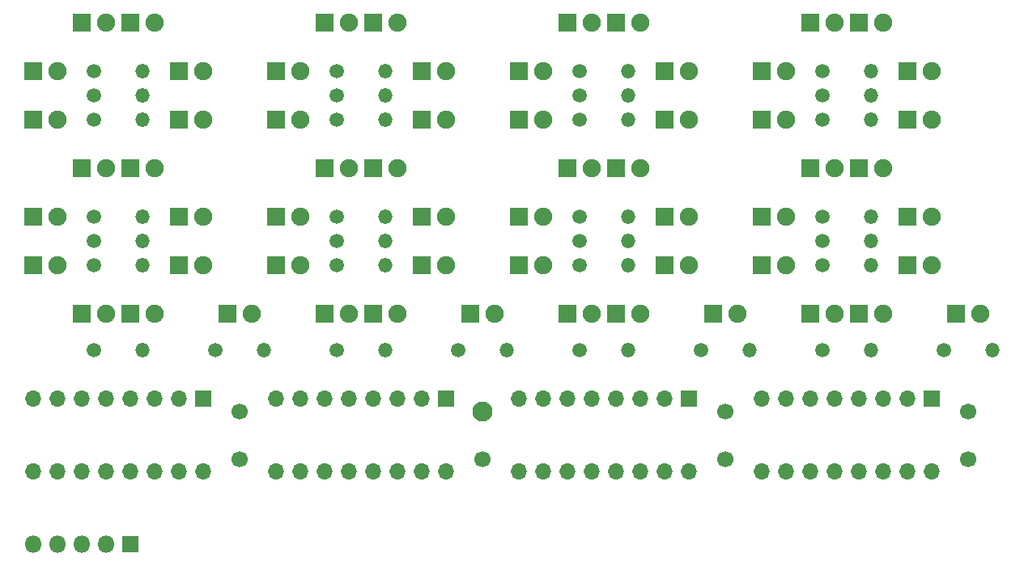
<source format=gbr>
%TF.GenerationSoftware,KiCad,Pcbnew,5.1.6+dfsg1-1*%
%TF.CreationDate,2020-12-16T15:12:24-07:00*%
%TF.ProjectId,7segment,37736567-6d65-46e7-942e-6b696361645f,rev?*%
%TF.SameCoordinates,Original*%
%TF.FileFunction,Soldermask,Bot*%
%TF.FilePolarity,Negative*%
%FSLAX46Y46*%
G04 Gerber Fmt 4.6, Leading zero omitted, Abs format (unit mm)*
G04 Created by KiCad (PCBNEW 5.1.6+dfsg1-1) date 2020-12-16 15:12:24*
%MOMM*%
%LPD*%
G01*
G04 APERTURE LIST*
%ADD10O,1.700000X1.700000*%
%ADD11R,1.700000X1.700000*%
%ADD12O,1.800000X1.800000*%
%ADD13R,1.800000X1.800000*%
%ADD14C,1.700000*%
%ADD15C,2.100000*%
%ADD16O,1.500000X1.500000*%
%ADD17C,1.500000*%
%ADD18C,1.900000*%
%ADD19R,1.900000X1.900000*%
G04 APERTURE END LIST*
D10*
%TO.C,U1*%
X97790000Y-109220000D03*
X80010000Y-101600000D03*
X95250000Y-109220000D03*
X82550000Y-101600000D03*
X92710000Y-109220000D03*
X85090000Y-101600000D03*
X90170000Y-109220000D03*
X87630000Y-101600000D03*
X87630000Y-109220000D03*
X90170000Y-101600000D03*
X85090000Y-109220000D03*
X92710000Y-101600000D03*
X82550000Y-109220000D03*
X95250000Y-101600000D03*
X80010000Y-109220000D03*
D11*
X97790000Y-101600000D03*
%TD*%
D10*
%TO.C,U4*%
X173990000Y-109220000D03*
X156210000Y-101600000D03*
X171450000Y-109220000D03*
X158750000Y-101600000D03*
X168910000Y-109220000D03*
X161290000Y-101600000D03*
X166370000Y-109220000D03*
X163830000Y-101600000D03*
X163830000Y-109220000D03*
X166370000Y-101600000D03*
X161290000Y-109220000D03*
X168910000Y-101600000D03*
X158750000Y-109220000D03*
X171450000Y-101600000D03*
X156210000Y-109220000D03*
D11*
X173990000Y-101600000D03*
%TD*%
D10*
%TO.C,U3*%
X148590000Y-109220000D03*
X130810000Y-101600000D03*
X146050000Y-109220000D03*
X133350000Y-101600000D03*
X143510000Y-109220000D03*
X135890000Y-101600000D03*
X140970000Y-109220000D03*
X138430000Y-101600000D03*
X138430000Y-109220000D03*
X140970000Y-101600000D03*
X135890000Y-109220000D03*
X143510000Y-101600000D03*
X133350000Y-109220000D03*
X146050000Y-101600000D03*
X130810000Y-109220000D03*
D11*
X148590000Y-101600000D03*
%TD*%
D12*
%TO.C,J1*%
X80010000Y-116840000D03*
X82550000Y-116840000D03*
X85090000Y-116840000D03*
X87630000Y-116840000D03*
D13*
X90170000Y-116840000D03*
%TD*%
D10*
%TO.C,U2*%
X123190000Y-109220000D03*
X105410000Y-101600000D03*
X120650000Y-109220000D03*
X107950000Y-101600000D03*
X118110000Y-109220000D03*
X110490000Y-101600000D03*
X115570000Y-109220000D03*
X113030000Y-101600000D03*
X113030000Y-109220000D03*
X115570000Y-101600000D03*
X110490000Y-109220000D03*
X118110000Y-101600000D03*
X107950000Y-109220000D03*
X120650000Y-101600000D03*
X105410000Y-109220000D03*
D11*
X123190000Y-101600000D03*
%TD*%
D14*
%TO.C,C4*%
X177800000Y-102950000D03*
X177800000Y-107950000D03*
%TD*%
%TO.C,C3*%
X152400000Y-102950000D03*
X152400000Y-107950000D03*
%TD*%
%TO.C,C1*%
X101600000Y-102950000D03*
X101600000Y-107950000D03*
%TD*%
D15*
%TO.C,C2*%
X127000000Y-102950000D03*
D14*
X127000000Y-107950000D03*
%TD*%
D16*
%TO.C,R32*%
X180340000Y-96520000D03*
D17*
X175260000Y-96520000D03*
%TD*%
D16*
%TO.C,R31*%
X167640000Y-82550000D03*
D17*
X162560000Y-82550000D03*
%TD*%
D16*
%TO.C,R30*%
X167640000Y-72390000D03*
D17*
X162560000Y-72390000D03*
%TD*%
D16*
%TO.C,R29*%
X167640000Y-87630000D03*
D17*
X162560000Y-87630000D03*
%TD*%
D16*
%TO.C,R28*%
X167640000Y-96520000D03*
D17*
X162560000Y-96520000D03*
%TD*%
D16*
%TO.C,R27*%
X167640000Y-85090000D03*
D17*
X162560000Y-85090000D03*
%TD*%
D16*
%TO.C,R26*%
X167640000Y-69850000D03*
D17*
X162560000Y-69850000D03*
%TD*%
D16*
%TO.C,R25*%
X167640000Y-67310000D03*
D17*
X162560000Y-67310000D03*
%TD*%
D16*
%TO.C,R24*%
X154940000Y-96520000D03*
D17*
X149860000Y-96520000D03*
%TD*%
D16*
%TO.C,R23*%
X142240000Y-82550000D03*
D17*
X137160000Y-82550000D03*
%TD*%
D16*
%TO.C,R22*%
X142240000Y-72390000D03*
D17*
X137160000Y-72390000D03*
%TD*%
D16*
%TO.C,R21*%
X142240000Y-87630000D03*
D17*
X137160000Y-87630000D03*
%TD*%
D16*
%TO.C,R20*%
X142240000Y-96520000D03*
D17*
X137160000Y-96520000D03*
%TD*%
D16*
%TO.C,R19*%
X142240000Y-85090000D03*
D17*
X137160000Y-85090000D03*
%TD*%
D16*
%TO.C,R18*%
X142240000Y-69850000D03*
D17*
X137160000Y-69850000D03*
%TD*%
D16*
%TO.C,R17*%
X142240000Y-67310000D03*
D17*
X137160000Y-67310000D03*
%TD*%
D16*
%TO.C,R16*%
X129540000Y-96520000D03*
D17*
X124460000Y-96520000D03*
%TD*%
D16*
%TO.C,R15*%
X116840000Y-82550000D03*
D17*
X111760000Y-82550000D03*
%TD*%
D16*
%TO.C,R14*%
X116840000Y-72390000D03*
D17*
X111760000Y-72390000D03*
%TD*%
D16*
%TO.C,R13*%
X116840000Y-87630000D03*
D17*
X111760000Y-87630000D03*
%TD*%
D16*
%TO.C,R12*%
X116840000Y-96520000D03*
D17*
X111760000Y-96520000D03*
%TD*%
D16*
%TO.C,R11*%
X116840000Y-85090000D03*
D17*
X111760000Y-85090000D03*
%TD*%
D16*
%TO.C,R10*%
X116840000Y-69850000D03*
D17*
X111760000Y-69850000D03*
%TD*%
D16*
%TO.C,R9*%
X116840000Y-67310000D03*
D17*
X111760000Y-67310000D03*
%TD*%
D16*
%TO.C,R8*%
X104140000Y-96520000D03*
D17*
X99060000Y-96520000D03*
%TD*%
D16*
%TO.C,R7*%
X91440000Y-82550000D03*
D17*
X86360000Y-82550000D03*
%TD*%
D16*
%TO.C,R6*%
X91440000Y-72390000D03*
D17*
X86360000Y-72390000D03*
%TD*%
D16*
%TO.C,R5*%
X91440000Y-87630000D03*
D17*
X86360000Y-87630000D03*
%TD*%
D16*
%TO.C,R4*%
X91440000Y-96520000D03*
D17*
X86360000Y-96520000D03*
%TD*%
D16*
%TO.C,R3*%
X91440000Y-85090000D03*
D17*
X86360000Y-85090000D03*
%TD*%
D16*
%TO.C,R2*%
X91440000Y-69850000D03*
D17*
X86360000Y-69850000D03*
%TD*%
D16*
%TO.C,R1*%
X91440000Y-67310000D03*
D17*
X86360000Y-67310000D03*
%TD*%
D18*
%TO.C,D60*%
X179070000Y-92710000D03*
D19*
X176530000Y-92710000D03*
%TD*%
D18*
%TO.C,D59*%
X168910000Y-77470000D03*
D19*
X166370000Y-77470000D03*
%TD*%
D18*
%TO.C,D58*%
X158750000Y-67310000D03*
D19*
X156210000Y-67310000D03*
%TD*%
D18*
%TO.C,D57*%
X158750000Y-82550000D03*
D19*
X156210000Y-82550000D03*
%TD*%
D18*
%TO.C,D56*%
X168910000Y-92710000D03*
D19*
X166370000Y-92710000D03*
%TD*%
D18*
%TO.C,D55*%
X173990000Y-87630000D03*
D19*
X171450000Y-87630000D03*
%TD*%
D18*
%TO.C,D54*%
X173990000Y-72390000D03*
D19*
X171450000Y-72390000D03*
%TD*%
D18*
%TO.C,D53*%
X168910000Y-62230000D03*
D19*
X166370000Y-62230000D03*
%TD*%
D18*
%TO.C,D52*%
X153670000Y-92710000D03*
D19*
X151130000Y-92710000D03*
%TD*%
D18*
%TO.C,D51*%
X143510000Y-77470000D03*
D19*
X140970000Y-77470000D03*
%TD*%
D18*
%TO.C,D50*%
X133350000Y-67310000D03*
D19*
X130810000Y-67310000D03*
%TD*%
D18*
%TO.C,D49*%
X133350000Y-82550000D03*
D19*
X130810000Y-82550000D03*
%TD*%
D18*
%TO.C,D48*%
X143510000Y-92710000D03*
D19*
X140970000Y-92710000D03*
%TD*%
D18*
%TO.C,D47*%
X148590000Y-87630000D03*
D19*
X146050000Y-87630000D03*
%TD*%
D18*
%TO.C,D46*%
X148590000Y-72390000D03*
D19*
X146050000Y-72390000D03*
%TD*%
D18*
%TO.C,D45*%
X143510000Y-62230000D03*
D19*
X140970000Y-62230000D03*
%TD*%
D18*
%TO.C,D44*%
X163830000Y-77470000D03*
D19*
X161290000Y-77470000D03*
%TD*%
D18*
%TO.C,D43*%
X158750000Y-72390000D03*
D19*
X156210000Y-72390000D03*
%TD*%
D18*
%TO.C,D42*%
X158750000Y-87630000D03*
D19*
X156210000Y-87630000D03*
%TD*%
D18*
%TO.C,D41*%
X163830000Y-92710000D03*
D19*
X161290000Y-92710000D03*
%TD*%
D18*
%TO.C,D40*%
X173990000Y-82550000D03*
D19*
X171450000Y-82550000D03*
%TD*%
D18*
%TO.C,D39*%
X173990000Y-67310000D03*
D19*
X171450000Y-67310000D03*
%TD*%
D18*
%TO.C,D38*%
X163830000Y-62230000D03*
D19*
X161290000Y-62230000D03*
%TD*%
D18*
%TO.C,D37*%
X138430000Y-77470000D03*
D19*
X135890000Y-77470000D03*
%TD*%
D18*
%TO.C,D36*%
X133350000Y-72390000D03*
D19*
X130810000Y-72390000D03*
%TD*%
D18*
%TO.C,D35*%
X133350000Y-87630000D03*
D19*
X130810000Y-87630000D03*
%TD*%
D18*
%TO.C,D34*%
X138430000Y-92710000D03*
D19*
X135890000Y-92710000D03*
%TD*%
D18*
%TO.C,D33*%
X148590000Y-82550000D03*
D19*
X146050000Y-82550000D03*
%TD*%
D18*
%TO.C,D32*%
X148590000Y-67310000D03*
D19*
X146050000Y-67310000D03*
%TD*%
D18*
%TO.C,D31*%
X138430000Y-62230000D03*
D19*
X135890000Y-62230000D03*
%TD*%
D18*
%TO.C,D30*%
X128270000Y-92710000D03*
D19*
X125730000Y-92710000D03*
%TD*%
D18*
%TO.C,D29*%
X118110000Y-77470000D03*
D19*
X115570000Y-77470000D03*
%TD*%
D18*
%TO.C,D28*%
X107950000Y-67310000D03*
D19*
X105410000Y-67310000D03*
%TD*%
D18*
%TO.C,D27*%
X107950000Y-82550000D03*
D19*
X105410000Y-82550000D03*
%TD*%
D18*
%TO.C,D26*%
X118110000Y-92710000D03*
D19*
X115570000Y-92710000D03*
%TD*%
D18*
%TO.C,D25*%
X123190000Y-87630000D03*
D19*
X120650000Y-87630000D03*
%TD*%
D18*
%TO.C,D24*%
X123190000Y-72390000D03*
D19*
X120650000Y-72390000D03*
%TD*%
D18*
%TO.C,D23*%
X118110000Y-62230000D03*
D19*
X115570000Y-62230000D03*
%TD*%
D18*
%TO.C,D22*%
X102870000Y-92710000D03*
D19*
X100330000Y-92710000D03*
%TD*%
D18*
%TO.C,D21*%
X92710000Y-77470000D03*
D19*
X90170000Y-77470000D03*
%TD*%
D18*
%TO.C,D20*%
X82550000Y-67310000D03*
D19*
X80010000Y-67310000D03*
%TD*%
D18*
%TO.C,D19*%
X82550000Y-82550000D03*
D19*
X80010000Y-82550000D03*
%TD*%
D18*
%TO.C,D18*%
X92710000Y-92710000D03*
D19*
X90170000Y-92710000D03*
%TD*%
D18*
%TO.C,D17*%
X97790000Y-87630000D03*
D19*
X95250000Y-87630000D03*
%TD*%
D18*
%TO.C,D16*%
X97790000Y-72390000D03*
D19*
X95250000Y-72390000D03*
%TD*%
D18*
%TO.C,D15*%
X92710000Y-62230000D03*
D19*
X90170000Y-62230000D03*
%TD*%
D18*
%TO.C,D14*%
X113030000Y-77470000D03*
D19*
X110490000Y-77470000D03*
%TD*%
D18*
%TO.C,D13*%
X107950000Y-72390000D03*
D19*
X105410000Y-72390000D03*
%TD*%
D18*
%TO.C,D12*%
X107950000Y-87630000D03*
D19*
X105410000Y-87630000D03*
%TD*%
D18*
%TO.C,D11*%
X113030000Y-92710000D03*
D19*
X110490000Y-92710000D03*
%TD*%
D18*
%TO.C,D10*%
X123190000Y-82550000D03*
D19*
X120650000Y-82550000D03*
%TD*%
D18*
%TO.C,D9*%
X123190000Y-67310000D03*
D19*
X120650000Y-67310000D03*
%TD*%
D18*
%TO.C,D8*%
X113030000Y-62230000D03*
D19*
X110490000Y-62230000D03*
%TD*%
D18*
%TO.C,D7*%
X87630000Y-77470000D03*
D19*
X85090000Y-77470000D03*
%TD*%
D18*
%TO.C,D6*%
X82550000Y-72390000D03*
D19*
X80010000Y-72390000D03*
%TD*%
D18*
%TO.C,D5*%
X82550000Y-87630000D03*
D19*
X80010000Y-87630000D03*
%TD*%
D18*
%TO.C,D4*%
X87630000Y-92710000D03*
D19*
X85090000Y-92710000D03*
%TD*%
D18*
%TO.C,D3*%
X97790000Y-82550000D03*
D19*
X95250000Y-82550000D03*
%TD*%
D18*
%TO.C,D2*%
X97790000Y-67310000D03*
D19*
X95250000Y-67310000D03*
%TD*%
D18*
%TO.C,D1*%
X87630000Y-62230000D03*
D19*
X85090000Y-62230000D03*
%TD*%
M02*

</source>
